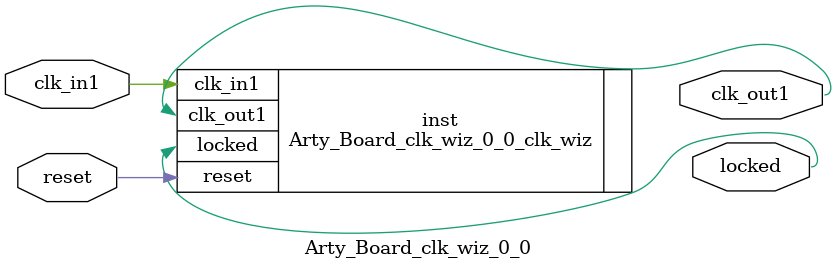
<source format=v>


`timescale 1ps/1ps

(* CORE_GENERATION_INFO = "Arty_Board_clk_wiz_0_0,clk_wiz_v6_0_1_0_0,{component_name=Arty_Board_clk_wiz_0_0,use_phase_alignment=true,use_min_o_jitter=false,use_max_i_jitter=false,use_dyn_phase_shift=false,use_inclk_switchover=false,use_dyn_reconfig=false,enable_axi=0,feedback_source=FDBK_AUTO,PRIMITIVE=MMCM,num_out_clk=1,clkin1_period=8.000,clkin2_period=10.000,use_power_down=false,use_reset=true,use_locked=true,use_inclk_stopped=false,feedback_type=SINGLE,CLOCK_MGR_TYPE=NA,manual_override=false}" *)

module Arty_Board_clk_wiz_0_0 
 (
  // Clock out ports
  output        clk_out1,
  // Status and control signals
  input         reset,
  output        locked,
 // Clock in ports
  input         clk_in1
 );

  Arty_Board_clk_wiz_0_0_clk_wiz inst
  (
  // Clock out ports  
  .clk_out1(clk_out1),
  // Status and control signals               
  .reset(reset), 
  .locked(locked),
 // Clock in ports
  .clk_in1(clk_in1)
  );

endmodule

</source>
